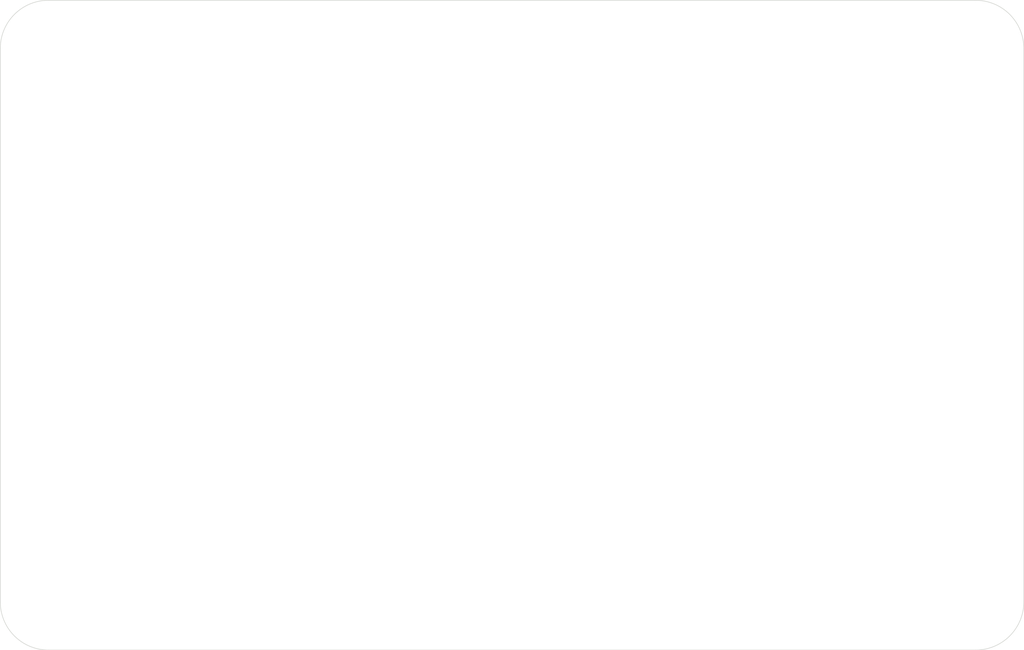
<source format=kicad_pcb>
(kicad_pcb
	(version 20241229)
	(generator "pcbnew")
	(generator_version "9.0")
	(general
		(thickness 1.6)
		(legacy_teardrops no)
	)
	(paper "A4")
	(layers
		(0 "F.Cu" signal)
		(2 "B.Cu" signal)
		(9 "F.Adhes" user "F.Adhesive")
		(11 "B.Adhes" user "B.Adhesive")
		(13 "F.Paste" user)
		(15 "B.Paste" user)
		(5 "F.SilkS" user "F.Silkscreen")
		(7 "B.SilkS" user "B.Silkscreen")
		(1 "F.Mask" user)
		(3 "B.Mask" user)
		(17 "Dwgs.User" user "User.Drawings")
		(19 "Cmts.User" user "User.Comments")
		(21 "Eco1.User" user "User.Eco1")
		(23 "Eco2.User" user "User.Eco2")
		(25 "Edge.Cuts" user)
		(27 "Margin" user)
		(31 "F.CrtYd" user "F.Courtyard")
		(29 "B.CrtYd" user "B.Courtyard")
		(35 "F.Fab" user)
		(33 "B.Fab" user)
		(39 "User.1" user)
		(41 "User.2" user)
		(43 "User.3" user)
		(45 "User.4" user)
	)
	(setup
		(pad_to_mask_clearance 0)
		(allow_soldermask_bridges_in_footprints no)
		(tenting front back)
		(pcbplotparams
			(layerselection 0x00000000_00000000_55555555_5755f5ff)
			(plot_on_all_layers_selection 0x00000000_00000000_00000000_00000000)
			(disableapertmacros no)
			(usegerberextensions no)
			(usegerberattributes yes)
			(usegerberadvancedattributes yes)
			(creategerberjobfile yes)
			(dashed_line_dash_ratio 12.000000)
			(dashed_line_gap_ratio 3.000000)
			(svgprecision 4)
			(plotframeref no)
			(mode 1)
			(useauxorigin no)
			(hpglpennumber 1)
			(hpglpenspeed 20)
			(hpglpendiameter 15.000000)
			(pdf_front_fp_property_popups yes)
			(pdf_back_fp_property_popups yes)
			(pdf_metadata yes)
			(pdf_single_document no)
			(dxfpolygonmode yes)
			(dxfimperialunits yes)
			(dxfusepcbnewfont yes)
			(psnegative no)
			(psa4output no)
			(plot_black_and_white yes)
			(sketchpadsonfab no)
			(plotpadnumbers no)
			(hidednponfab no)
			(sketchdnponfab yes)
			(crossoutdnponfab yes)
			(subtractmaskfromsilk no)
			(outputformat 1)
			(mirror no)
			(drillshape 1)
			(scaleselection 1)
			(outputdirectory "")
		)
	)
	(net 0 "")
	(gr_arc
		(start 131 141)
		(mid 128.171573 139.828427)
		(end 127 137)
		(stroke
			(width 0.05)
			(type default)
		)
		(layer "Edge.Cuts")
		(uuid "3eaefd1a-4826-40c1-8c24-a0b1b58d1cfd")
	)
	(gr_line
		(start 212 91)
		(end 212 137)
		(stroke
			(width 0.05)
			(type default)
		)
		(layer "Edge.Cuts")
		(uuid "43951673-0fa2-44ba-bf11-da19be79ae76")
	)
	(gr_arc
		(start 208 87)
		(mid 210.828427 88.171573)
		(end 212 91)
		(stroke
			(width 0.05)
			(type default)
		)
		(layer "Edge.Cuts")
		(uuid "79a23a8b-3d23-46d0-afeb-2ffc8cb5f20f")
	)
	(gr_line
		(start 131 87)
		(end 208 87)
		(stroke
			(width 0.05)
			(type default)
		)
		(layer "Edge.Cuts")
		(uuid "85bd0bee-b092-4f23-91df-778d9b6191e4")
	)
	(gr_arc
		(start 212 137)
		(mid 210.828427 139.828427)
		(end 208 141)
		(stroke
			(width 0.05)
			(type default)
		)
		(layer "Edge.Cuts")
		(uuid "9f646783-6387-4ff4-8d19-ba5800070664")
	)
	(gr_line
		(start 127 137)
		(end 127 91)
		(stroke
			(width 0.05)
			(type default)
		)
		(layer "Edge.Cuts")
		(uuid "abe9614e-fb2e-4d5e-8be5-fa1950728b48")
	)
	(gr_arc
		(start 127 91)
		(mid 128.171573 88.171573)
		(end 131 87)
		(stroke
			(width 0.05)
			(type default)
		)
		(layer "Edge.Cuts")
		(uuid "acf8dac3-9f3c-4215-a4d9-dc34fcf93523")
	)
	(gr_line
		(start 208 141)
		(end 131 141)
		(stroke
			(width 0.05)
			(type default)
		)
		(layer "Edge.Cuts")
		(uuid "b0dd1b59-14a1-40cf-8cb2-648f62c325f8")
	)
	(embedded_fonts no)
)

</source>
